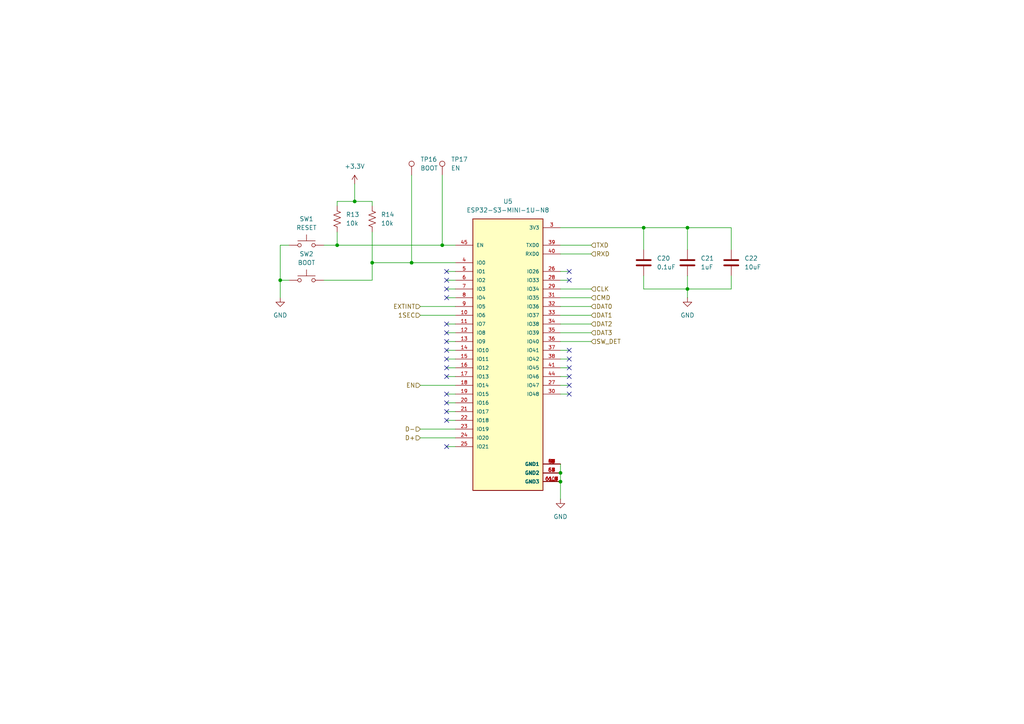
<source format=kicad_sch>
(kicad_sch (version 20250114) (generator "eeschema") (generator_version "9.0")
  (paper "A4")
  (title_block (date "2025-07-29") (company "California Strawberry Commission"))
  (lib_symbols
    (symbol "Connector:TestPoint" (pin_numbers (hide yes)) (pin_names (offset 0.762) (hide yes))
      (property "Reference" "TP" (at 0 6.858 0))
      (property "Value" "TestPoint" (at 0 5.08 0))
      (symbol "TestPoint_0_1"
        (circle (center 0 3.302) (radius 0.762))
      )
      (symbol "TestPoint_1_1"
        (pin passive line (at 0 0 90) (length 2.54) (name "1") (number "1"))
      )
    )
    (symbol "Device:C" (pin_numbers (hide yes)) (pin_names (offset 0.254))
      (property "Reference" "C" (at 0.635 2.54 0))
      (property "Value" "C" (at 0.635 -2.54 0))
      (symbol "C_0_1"
        (polyline (pts (xy -2.032 0.762) (xy 2.032 0.762)) (stroke (width 0.508)))
        (polyline (pts (xy -2.032 -0.762) (xy 2.032 -0.762)) (stroke (width 0.508)))
      )
      (symbol "C_1_1"
        (pin passive line (at 0 3.81 270) (length 2.794) (name "~") (number "1"))
        (pin passive line (at 0 -3.81 90) (length 2.794) (name "~") (number "2"))
      )
    )
    (symbol "Device:R_US" (pin_numbers (hide yes)) (pin_names (offset 0))
      (property "Reference" "R" (at 2.54 0 90))
      (property "Value" "R_US" (at -2.54 0 90))
      (symbol "R_US_0_1"
        (polyline (pts (xy 0 2.286) (xy 0 2.54)))
        (polyline (pts (xy 0 2.286) (xy 1.016 1.905) (xy 0 1.524) (xy -1.016 1.143) (xy 0 0.762)))
        (polyline (pts (xy 0 0.762) (xy 1.016 0.381) (xy 0 0) (xy -1.016 -0.381) (xy 0 -0.762)))
        (polyline (pts (xy 0 -0.762) (xy 1.016 -1.143) (xy 0 -1.524) (xy -1.016 -1.905) (xy 0 -2.286)))
        (polyline (pts (xy 0 -2.286) (xy 0 -2.54)))
      )
      (symbol "R_US_1_1"
        (pin passive line (at 0 3.81 270) (length 1.27) (name "~") (number "1"))
        (pin passive line (at 0 -3.81 90) (length 1.27) (name "~") (number "2"))
      )
    )
    (symbol "Switch:SW_Push" (pin_numbers (hide yes)) (pin_names (offset 1.016) (hide yes))
      (property "Reference" "SW" (at 1.27 2.54 0))
      (property "Value" "SW_Push" (at 0 -1.524 0))
      (symbol "SW_Push_0_1"
        (circle (center -2.032 0) (radius 0.508))
        (polyline (pts (xy 0 1.27) (xy 0 3.048)))
        (circle (center 2.032 0) (radius 0.508))
        (polyline (pts (xy 2.54 1.27) (xy -2.54 1.27)))
        (pin passive line (at -5.08 0 0) (length 2.54) (name "1") (number "1"))
        (pin passive line (at 5.08 0 180) (length 2.54) (name "2") (number "2"))
      )
    )
    (symbol "esp32-s3-..1u:ESP32-S3-MINI-1U-N8" (pin_names (offset 1.016))
      (property "Reference" "U" (at -10.16 38.862 0))
      (property "Value" "ESP32-S3-MINI-1U-N8" (at -10.16 -43.18 0))
      (symbol "ESP32-S3-MINI-1U-N8_0_0"
        (rectangle (start -10.16 -40.64) (end 10.16 38.1) (stroke (width 0.254)) (fill (type background)))
        (pin input line (at -15.24 30.48 0) (length 5.08) (name "EN") (number "45"))
        (pin bidirectional line (at -15.24 25.4 0) (length 5.08) (name "IO0") (number "4"))
        (pin bidirectional line (at -15.24 22.86 0) (length 5.08) (name "IO1") (number "5"))
        (pin bidirectional line (at -15.24 20.32 0) (length 5.08) (name "IO2") (number "6"))
        (pin bidirectional line (at -15.24 17.78 0) (length 5.08) (name "IO3") (number "7"))
        (pin bidirectional line (at -15.24 15.24 0) (length 5.08) (name "IO4") (number "8"))
        (pin bidirectional line (at -15.24 12.7 0) (length 5.08) (name "IO5") (number "9"))
        (pin bidirectional line (at -15.24 10.16 0) (length 5.08) (name "IO6") (number "10"))
        (pin bidirectional line (at -15.24 7.62 0) (length 5.08) (name "IO7") (number "11"))
        (pin bidirectional line (at -15.24 5.08 0) (length 5.08) (name "IO8") (number "12"))
        (pin bidirectional line (at -15.24 2.54 0) (length 5.08) (name "IO9") (number "13"))
        (pin bidirectional line (at -15.24 0 0) (length 5.08) (name "IO10") (number "14"))
        (pin bidirectional line (at -15.24 -2.54 0) (length 5.08) (name "IO11") (number "15"))
        (pin bidirectional line (at -15.24 -5.08 0) (length 5.08) (name "IO12") (number "16"))
        (pin bidirectional line (at -15.24 -7.62 0) (length 5.08) (name "IO13") (number "17"))
        (pin bidirectional line (at -15.24 -10.16 0) (length 5.08) (name "IO14") (number "18"))
        (pin bidirectional line (at -15.24 -12.7 0) (length 5.08) (name "IO15") (number "19"))
        (pin bidirectional line (at -15.24 -15.24 0) (length 5.08) (name "IO16") (number "20"))
        (pin bidirectional line (at -15.24 -17.78 0) (length 5.08) (name "IO17") (number "21"))
        (pin bidirectional line (at -15.24 -20.32 0) (length 5.08) (name "IO18") (number "22"))
        (pin bidirectional line (at -15.24 -22.86 0) (length 5.08) (name "IO19") (number "23"))
        (pin bidirectional line (at -15.24 -25.4 0) (length 5.08) (name "IO20") (number "24"))
        (pin bidirectional line (at -15.24 -27.94 0) (length 5.08) (name "IO21") (number "25"))
        (pin power_in line (at 15.24 35.56 180) (length 5.08) (name "3V3") (number "3"))
        (pin bidirectional line (at 15.24 30.48 180) (length 5.08) (name "TXD0") (number "39"))
        (pin bidirectional line (at 15.24 27.94 180) (length 5.08) (name "RXD0") (number "40"))
        (pin bidirectional line (at 15.24 22.86 180) (length 5.08) (name "IO26") (number "26"))
        (pin bidirectional line (at 15.24 20.32 180) (length 5.08) (name "IO33") (number "28"))
        (pin bidirectional line (at 15.24 17.78 180) (length 5.08) (name "IO34") (number "29"))
        (pin bidirectional line (at 15.24 15.24 180) (length 5.08) (name "IO35") (number "31"))
        (pin bidirectional line (at 15.24 12.7 180) (length 5.08) (name "IO36") (number "32"))
        (pin bidirectional line (at 15.24 10.16 180) (length 5.08) (name "IO37") (number "33"))
        (pin bidirectional line (at 15.24 7.62 180) (length 5.08) (name "IO38") (number "34"))
        (pin bidirectional line (at 15.24 5.08 180) (length 5.08) (name "IO39") (number "35"))
        (pin bidirectional line (at 15.24 2.54 180) (length 5.08) (name "IO40") (number "36"))
        (pin bidirectional line (at 15.24 0 180) (length 5.08) (name "IO41") (number "37"))
        (pin bidirectional line (at 15.24 -2.54 180) (length 5.08) (name "IO42") (number "38"))
        (pin bidirectional line (at 15.24 -5.08 180) (length 5.08) (name "IO45") (number "41"))
        (pin bidirectional line (at 15.24 -7.62 180) (length 5.08) (name "IO46") (number "44"))
        (pin bidirectional line (at 15.24 -10.16 180) (length 5.08) (name "IO47") (number "27"))
        (pin bidirectional line (at 15.24 -12.7 180) (length 5.08) (name "IO48") (number "30"))
        (pin power_in line (at 15.24 -33.02 180) (length 5.08) (name "GND1") (number "1"))
        (pin power_in line (at 15.24 -33.02 180) (length 5.08) (name "GND1") (number "2"))
        (pin power_in line (at 15.24 -33.02 180) (length 5.08) (name "GND1") (number "42"))
        (pin power_in line (at 15.24 -33.02 180) (length 5.08) (name "GND1") (number "43"))
        (pin power_in line (at 15.24 -33.02 180) (length 5.08) (name "GND1") (number "46"))
        (pin power_in line (at 15.24 -33.02 180) (length 5.08) (name "GND1") (number "47"))
        (pin power_in line (at 15.24 -33.02 180) (length 5.08) (name "GND1") (number "48"))
        (pin power_in line (at 15.24 -33.02 180) (length 5.08) (name "GND1") (number "49"))
        (pin power_in line (at 15.24 -33.02 180) (length 5.08) (name "GND1") (number "50"))
        (pin power_in line (at 15.24 -33.02 180) (length 5.08) (name "GND1") (number "51"))
        (pin power_in line (at 15.24 -33.02 180) (length 5.08) (name "GND1") (number "52"))
        (pin power_in line (at 15.24 -33.02 180) (length 5.08) (name "GND1") (number "53"))
        (pin power_in line (at 15.24 -35.56 180) (length 5.08) (name "GND2") (number "54"))
        (pin power_in line (at 15.24 -35.56 180) (length 5.08) (name "GND2") (number "55"))
        (pin power_in line (at 15.24 -35.56 180) (length 5.08) (name "GND2") (number "56"))
        (pin power_in line (at 15.24 -35.56 180) (length 5.08) (name "GND2") (number "57"))
        (pin power_in line (at 15.24 -35.56 180) (length 5.08) (name "GND2") (number "58"))
        (pin power_in line (at 15.24 -35.56 180) (length 5.08) (name "GND2") (number "59"))
        (pin power_in line (at 15.24 -35.56 180) (length 5.08) (name "GND2") (number "62"))
        (pin power_in line (at 15.24 -35.56 180) (length 5.08) (name "GND2") (number "63"))
        (pin power_in line (at 15.24 -35.56 180) (length 5.08) (name "GND2") (number "64"))
        (pin power_in line (at 15.24 -35.56 180) (length 5.08) (name "GND2") (number "65"))
        (pin power_in line (at 15.24 -38.1 180) (length 5.08) (name "GND3") (number "60"))
        (pin power_in line (at 15.24 -38.1 180) (length 5.08) (name "GND3") (number "61_1"))
        (pin power_in line (at 15.24 -38.1 180) (length 5.08) (name "GND3") (number "61_2"))
        (pin power_in line (at 15.24 -38.1 180) (length 5.08) (name "GND3") (number "61_3"))
        (pin power_in line (at 15.24 -38.1 180) (length 5.08) (name "GND3") (number "61_4"))
        (pin power_in line (at 15.24 -38.1 180) (length 5.08) (name "GND3") (number "61_5"))
        (pin power_in line (at 15.24 -38.1 180) (length 5.08) (name "GND3") (number "61_6"))
        (pin power_in line (at 15.24 -38.1 180) (length 5.08) (name "GND3") (number "61_7"))
        (pin power_in line (at 15.24 -38.1 180) (length 5.08) (name "GND3") (number "61_8"))
        (pin power_in line (at 15.24 -38.1 180) (length 5.08) (name "GND3") (number "61_9"))
      )
    )
    (symbol "power:+3.3V" (power) (pin_numbers (hide yes)) (pin_names (offset 0) (hide yes))
      (property "Value" "+3.3V" (at 0 3.556 0))
      (symbol "+3.3V_0_1"
        (polyline (pts (xy -0.762 1.27) (xy 0 2.54)))
        (polyline (pts (xy 0 2.54) (xy 0.762 1.27)))
        (polyline (pts (xy 0 0) (xy 0 2.54)))
      )
      (symbol "+3.3V_1_1"
        (pin power_in line (at 0 0 90) (length 0) (name "~") (number "1"))
      )
    )
    (symbol "power:GND" (power) (pin_numbers (hide yes)) (pin_names (offset 0) (hide yes))
      (property "Value" "GND" (at 0 -3.81 0))
      (symbol "GND_0_1"
        (polyline (pts (xy 0 0) (xy 0 -1.27) (xy 1.27 -1.27) (xy 0 -2.54) (xy -1.27 -1.27) (xy 0 -1.27)))
      )
      (symbol "GND_1_1"
        (pin power_in line (at 0 0 270) (length 0) (name "~") (number "1"))
      )
    )
  )
  (junction (at 199.39 66.04))
  (junction (at 107.95 76.2))
  (junction (at 97.79 71.12))
  (junction (at 102.87 58.42))
  (junction (at 128.27 71.12))
  (junction (at 199.39 83.82))
  (junction (at 119.38 76.2))
  (junction (at 186.69 66.04))
  (junction (at 81.28 81.28))
  (junction (at 162.56 139.7))
  (junction (at 162.56 137.16))
  (no_connect (at 165.1 81.28))
  (no_connect (at 129.54 93.98))
  (no_connect (at 129.54 96.52))
  (no_connect (at 129.54 101.6))
  (no_connect (at 129.54 114.3))
  (no_connect (at 129.54 78.74))
  (no_connect (at 165.1 106.68))
  (no_connect (at 129.54 129.54))
  (no_connect (at 129.54 86.36))
  (no_connect (at 129.54 106.68))
  (no_connect (at 165.1 111.76))
  (no_connect (at 165.1 114.3))
  (no_connect (at 129.54 121.92))
  (no_connect (at 129.54 81.28))
  (no_connect (at 129.54 109.22))
  (no_connect (at 129.54 104.14))
  (no_connect (at 129.54 83.82))
  (no_connect (at 165.1 78.74))
  (no_connect (at 129.54 99.06))
  (no_connect (at 129.54 119.38))
  (no_connect (at 165.1 104.14))
  (no_connect (at 129.54 116.84))
  (no_connect (at 165.1 109.22))
  (no_connect (at 165.1 101.6))
  (wire (pts (xy 162.56 88.9) (xy 171.45 88.9)))
  (wire (pts (xy 129.54 99.06) (xy 132.08 99.06)))
  (wire (pts (xy 162.56 86.36) (xy 171.45 86.36)))
  (wire (pts (xy 186.69 80.01) (xy 186.69 83.82)))
  (wire (pts (xy 121.92 91.44) (xy 132.08 91.44)))
  (wire (pts (xy 162.56 137.16) (xy 162.56 139.7)))
  (wire (pts (xy 129.54 101.6) (xy 132.08 101.6)))
  (wire (pts (xy 186.69 83.82) (xy 199.39 83.82)))
  (wire (pts (xy 162.56 106.68) (xy 165.1 106.68)))
  (wire (pts (xy 121.92 127) (xy 132.08 127)))
  (wire (pts (xy 119.38 50.8) (xy 119.38 76.2)))
  (wire (pts (xy 129.54 109.22) (xy 132.08 109.22)))
  (wire (pts (xy 162.56 109.22) (xy 165.1 109.22)))
  (wire (pts (xy 162.56 83.82) (xy 171.45 83.82)))
  (wire (pts (xy 129.54 81.28) (xy 132.08 81.28)))
  (wire (pts (xy 129.54 119.38) (xy 132.08 119.38)))
  (wire (pts (xy 162.56 101.6) (xy 165.1 101.6)))
  (wire (pts (xy 162.56 104.14) (xy 165.1 104.14)))
  (wire (pts (xy 129.54 86.36) (xy 132.08 86.36)))
  (wire (pts (xy 102.87 58.42) (xy 97.79 58.42)))
  (wire (pts (xy 212.09 83.82) (xy 212.09 80.01)))
  (wire (pts (xy 121.92 124.46) (xy 132.08 124.46)))
  (wire (pts (xy 162.56 134.62) (xy 162.56 137.16)))
  (wire (pts (xy 212.09 66.04) (xy 212.09 72.39)))
  (wire (pts (xy 129.54 93.98) (xy 132.08 93.98)))
  (wire (pts (xy 162.56 99.06) (xy 171.45 99.06)))
  (wire (pts (xy 162.56 114.3) (xy 165.1 114.3)))
  (wire (pts (xy 119.38 76.2) (xy 132.08 76.2)))
  (wire (pts (xy 199.39 66.04) (xy 212.09 66.04)))
  (wire (pts (xy 83.82 81.28) (xy 81.28 81.28)))
  (wire (pts (xy 186.69 66.04) (xy 199.39 66.04)))
  (wire (pts (xy 107.95 58.42) (xy 102.87 58.42)))
  (wire (pts (xy 162.56 139.7) (xy 162.56 144.78)))
  (wire (pts (xy 128.27 71.12) (xy 132.08 71.12)))
  (wire (pts (xy 129.54 106.68) (xy 132.08 106.68)))
  (wire (pts (xy 199.39 83.82) (xy 199.39 86.36)))
  (wire (pts (xy 129.54 129.54) (xy 132.08 129.54)))
  (wire (pts (xy 162.56 91.44) (xy 171.45 91.44)))
  (wire (pts (xy 199.39 80.01) (xy 199.39 83.82)))
  (wire (pts (xy 129.54 83.82) (xy 132.08 83.82)))
  (wire (pts (xy 162.56 111.76) (xy 165.1 111.76)))
  (wire (pts (xy 107.95 59.69) (xy 107.95 58.42)))
  (wire (pts (xy 121.92 111.76) (xy 132.08 111.76)))
  (wire (pts (xy 162.56 78.74) (xy 165.1 78.74)))
  (wire (pts (xy 102.87 53.34) (xy 102.87 58.42)))
  (wire (pts (xy 97.79 71.12) (xy 93.98 71.12)))
  (wire (pts (xy 93.98 81.28) (xy 107.95 81.28)))
  (wire (pts (xy 97.79 71.12) (xy 128.27 71.12)))
  (wire (pts (xy 129.54 116.84) (xy 132.08 116.84)))
  (wire (pts (xy 129.54 96.52) (xy 132.08 96.52)))
  (wire (pts (xy 162.56 81.28) (xy 165.1 81.28)))
  (wire (pts (xy 81.28 81.28) (xy 81.28 86.36)))
  (wire (pts (xy 186.69 66.04) (xy 186.69 72.39)))
  (wire (pts (xy 129.54 78.74) (xy 132.08 78.74)))
  (wire (pts (xy 162.56 93.98) (xy 171.45 93.98)))
  (wire (pts (xy 128.27 50.8) (xy 128.27 71.12)))
  (wire (pts (xy 81.28 71.12) (xy 81.28 81.28)))
  (wire (pts (xy 162.56 66.04) (xy 186.69 66.04)))
  (wire (pts (xy 107.95 76.2) (xy 119.38 76.2)))
  (wire (pts (xy 162.56 71.12) (xy 171.45 71.12)))
  (wire (pts (xy 83.82 71.12) (xy 81.28 71.12)))
  (wire (pts (xy 97.79 58.42) (xy 97.79 59.69)))
  (wire (pts (xy 129.54 121.92) (xy 132.08 121.92)))
  (wire (pts (xy 199.39 66.04) (xy 199.39 72.39)))
  (wire (pts (xy 97.79 67.31) (xy 97.79 71.12)))
  (wire (pts (xy 199.39 83.82) (xy 212.09 83.82)))
  (wire (pts (xy 121.92 88.9) (xy 132.08 88.9)))
  (wire (pts (xy 129.54 104.14) (xy 132.08 104.14)))
  (wire (pts (xy 107.95 67.31) (xy 107.95 76.2)))
  (wire (pts (xy 107.95 76.2) (xy 107.95 81.28)))
  (wire (pts (xy 162.56 73.66) (xy 171.45 73.66)))
  (wire (pts (xy 129.54 114.3) (xy 132.08 114.3)))
  (wire (pts (xy 162.56 96.52) (xy 171.45 96.52)))
  (hierarchical_label "D-" (shape input) (at 121.92 124.46 180))
  (hierarchical_label "DAT1" (shape input) (at 171.45 91.44 0))
  (hierarchical_label "RXD" (shape input) (at 171.45 73.66 0))
  (hierarchical_label "DAT0" (shape input) (at 171.45 88.9 0))
  (hierarchical_label "D+" (shape input) (at 121.92 127 180))
  (hierarchical_label "EN" (shape input) (at 121.92 111.76 180))
  (hierarchical_label "CLK" (shape input) (at 171.45 83.82 0))
  (hierarchical_label "SW_DET" (shape input) (at 171.45 99.06 0))
  (hierarchical_label "EXTINT" (shape input) (at 121.92 88.9 180))
  (hierarchical_label "DAT2" (shape input) (at 171.45 93.98 0))
  (hierarchical_label "CMD" (shape input) (at 171.45 86.36 0))
  (hierarchical_label "1SEC" (shape input) (at 121.92 91.44 180))
  (hierarchical_label "DAT3" (shape input) (at 171.45 96.52 0))
  (hierarchical_label "TXD" (shape input) (at 171.45 71.12 0))
  (symbol (lib_id "Device:C") (at 212.09 76.2 0) (unit 1)
    (property "Reference" "C22" (at 215.9 74.9299 0) (effects (justify left)))
    (property "Value" "10uF" (at 215.9 77.4699 0) (effects (justify left)))
    (property "Description" "Unpolarized capacitor" (effects (hide yes)))
  )
  (symbol (lib_id "Switch:SW_Push") (at 88.9 71.12 0) (unit 1)
    (property "Reference" "SW1" (at 88.9 63.5 0))
    (property "Value" "RESET" (at 88.9 66.04 0))
    (property "Description" "Push button switch, generic, two pins" (effects (hide yes)))
  )
  (symbol (lib_id "Connector:TestPoint") (at 119.38 50.8 0) (unit 1)
    (property "Reference" "TP16" (at 121.92 46.2279 0) (effects (justify left)))
    (property "Value" "BOOT" (at 121.92 48.7679 0) (effects (justify left)))
    (property "Description" "test point" (effects (hide yes)))
  )
  (symbol (lib_id "Device:C") (at 199.39 76.2 0) (unit 1)
    (property "Reference" "C21" (at 203.2 74.9299 0) (effects (justify left)))
    (property "Value" "1uF" (at 203.2 77.4699 0) (effects (justify left)))
    (property "Description" "Unpolarized capacitor" (effects (hide yes)))
  )
  (symbol (lib_id "power:+3.3V") (at 102.87 53.34 0) (unit 1)
    (property "Reference" "#PWR019" (effects (hide yes)))
    (property "Value" "+3.3V" (at 102.87 48.26 0))
    (property "Description" "Power symbol creates a global label with name \"+3.3V\"" (effects (hide yes)))
  )
  (symbol (lib_id "power:GND") (at 199.39 86.36 0) (unit 1)
    (property "Reference" "#PWR021" (effects (hide yes)))
    (property "Value" "GND" (at 199.39 91.44 0))
    (property "Description" "Power symbol creates a global label with name \"GND\" , ground" (effects (hide yes)))
  )
  (symbol (lib_id "Device:C") (at 186.69 76.2 0) (unit 1)
    (property "Reference" "C20" (at 190.5 74.9299 0) (effects (justify left)))
    (property "Value" "0.1uF" (at 190.5 77.4699 0) (effects (justify left)))
    (property "Description" "Unpolarized capacitor" (effects (hide yes)))
  )
  (symbol (lib_id "Switch:SW_Push") (at 88.9 81.28 0) (unit 1)
    (property "Reference" "SW2" (at 88.9 73.66 0))
    (property "Value" "BOOT" (at 88.9 76.2 0))
    (property "Description" "Push button switch, generic, two pins" (effects (hide yes)))
  )
  (symbol (lib_id "power:GND") (at 162.56 144.78 0) (unit 1)
    (property "Reference" "#PWR020" (effects (hide yes)))
    (property "Value" "GND" (at 162.56 149.86 0))
    (property "Description" "Power symbol creates a global label with name \"GND\" , ground" (effects (hide yes)))
  )
  (symbol (lib_id "Device:R_US") (at 107.95 63.5 0) (unit 1)
    (property "Reference" "R14" (at 110.49 62.2299 0) (effects (justify left)))
    (property "Value" "10k" (at 110.49 64.7699 0) (effects (justify left)))
    (property "Description" "Resistor, US symbol" (effects (hide yes)))
  )
  (symbol (lib_id "Connector:TestPoint") (at 128.27 50.8 0) (unit 1)
    (property "Reference" "TP17" (at 130.81 46.2279 0) (effects (justify left)))
    (property "Value" "EN" (at 130.81 48.7679 0) (effects (justify left)))
    (property "Description" "test point" (effects (hide yes)))
  )
  (symbol (lib_id "power:GND") (at 81.28 86.36 0) (unit 1)
    (property "Reference" "#PWR018" (effects (hide yes)))
    (property "Value" "GND" (at 81.28 91.44 0))
    (property "Description" "Power symbol creates a global label with name \"GND\" , ground" (effects (hide yes)))
  )
  (symbol (lib_id "esp32-s3-..1u:ESP32-S3-MINI-1U-N8") (at 147.32 101.6 0) (unit 1)
    (property "Reference" "U5" (at 147.32 58.42 0))
    (property "Value" "ESP32-S3-MINI-1U-N8" (at 147.32 60.96 0))
    (property "Footprint" "footprints:ESP32-S3-MINI-1U_EXP" (effects (hide yes)))
    (property "MF" "Espressif Systems" (effects (hide yes)))
    (property "MAXIMUM_PACKAGE_HEIGHT" "2.55 mm" (effects (hide yes)))
    (property "Package" "VFQFN-56 Espressif Systems" (effects (hide yes)))
    (property "Price" "None" (effects (hide yes)))
    (property "Check_prices" "https://www.snapeda.com/parts/ESP32-S3-MINI-1U-N8/Espressif+Systems/view-part/?ref=eda" (effects (hide yes)))
    (property "STANDARD" "Manufacturer recommendations" (effects (hide yes)))
    (property "PARTREV" "1.2" (effects (hide yes)))
    (property "SnapEDA_Link" "https://www.snapeda.com/parts/ESP32-S3-MINI-1U-N8/Espressif+Systems/view-part/?ref=snap" (effects (hide yes)))
    (property "MP" "ESP32-S3-MINI-1U-N8" (effects (hide yes)))
    (property "Description_1" "Bluetooth, WiFi 802.11b/g/n, Bluetooth v5.0 Transceiver Module 2.4GHz Antenna Not Included, U.FL Surface Mount" (effects (hide yes)))
    (property "Availability" "In Stock" (effects (hide yes)))
    (property "MANUFACTURER" "Espressif Systems" (effects (hide yes)))
    (property "Part #" "ESP32-S3-MINI-1U-N8" (effects (hide yes)))
  )
  (symbol (lib_id "Device:R_US") (at 97.79 63.5 0) (unit 1)
    (property "Reference" "R13" (at 100.33 62.2299 0) (effects (justify left)))
    (property "Value" "10k" (at 100.33 64.7699 0) (effects (justify left)))
    (property "Description" "Resistor, US symbol" (effects (hide yes)))
  )
)
</source>
